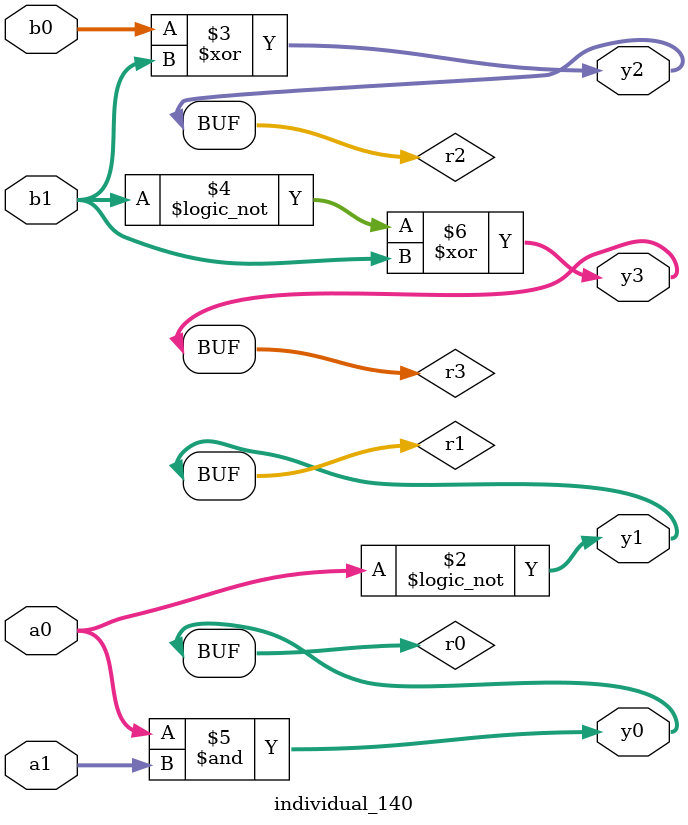
<source format=sv>
module individual_140(input logic [15:0] a1, input logic [15:0] a0, input logic [15:0] b1, input logic [15:0] b0, output logic [15:0] y3, output logic [15:0] y2, output logic [15:0] y1, output logic [15:0] y0);
logic [15:0] r0, r1, r2, r3; 
 always@(*) begin 
	 r0 = a0; r1 = a1; r2 = b0; r3 = b1; 
 	 r1 = ! a0 ;
 	 r2  ^=  b1 ;
 	 r3 = ! b1 ;
 	 r0  &=  a1 ;
 	 r3  ^=  b1 ;
 	 y3 = r3; y2 = r2; y1 = r1; y0 = r0; 
end
endmodule
</source>
